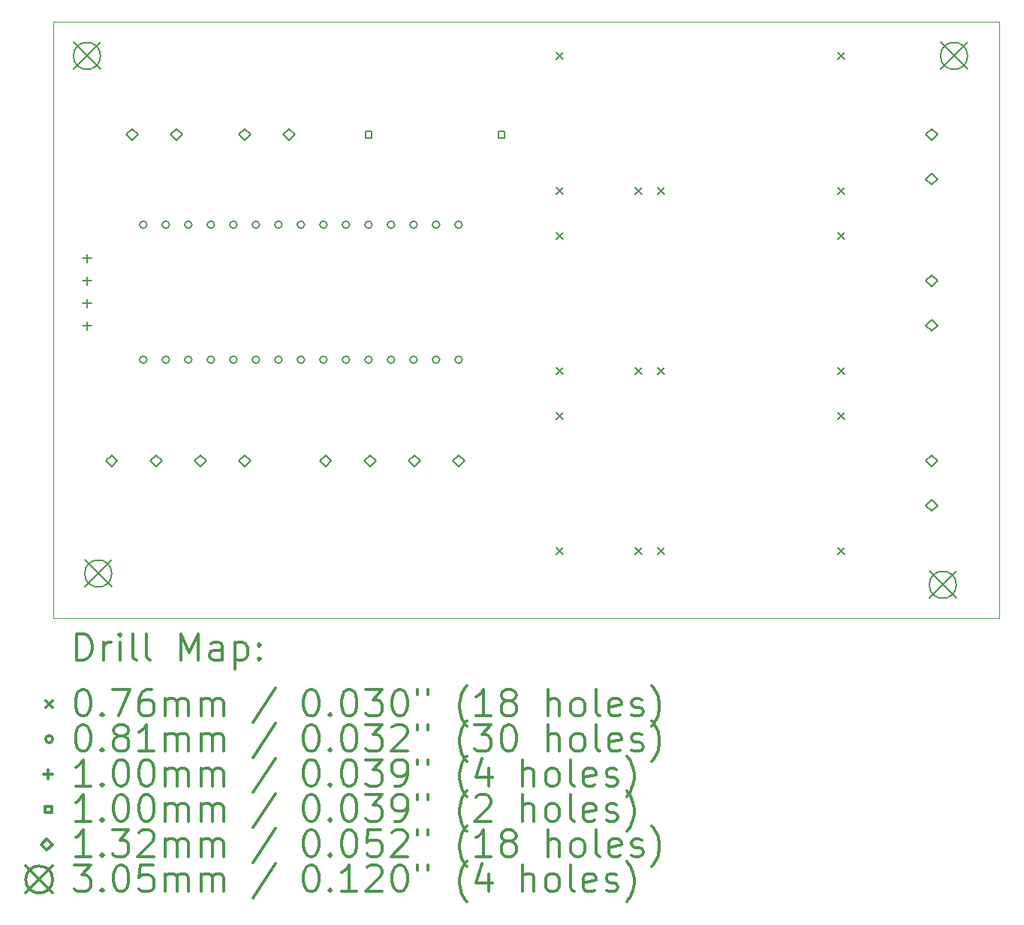
<source format=gbr>
%FSLAX45Y45*%
G04 Gerber Fmt 4.5, Leading zero omitted, Abs format (unit mm)*
G04 Created by KiCad (PCBNEW 4.0.7) date 01/04/18 12:39:34*
%MOMM*%
%LPD*%
G01*
G04 APERTURE LIST*
%ADD10C,0.127000*%
%ADD11C,0.100000*%
%ADD12C,0.200000*%
%ADD13C,0.300000*%
G04 APERTURE END LIST*
D10*
D11*
X1778000Y-5842000D02*
X1778000Y-5969000D01*
X12446000Y-5842000D02*
X1778000Y-5842000D01*
X12446000Y-12573000D02*
X12446000Y-5842000D01*
X1778000Y-12573000D02*
X12446000Y-12573000D01*
X1778000Y-5969000D02*
X1778000Y-12573000D01*
D12*
X7454900Y-6184900D02*
X7531100Y-6261100D01*
X7531100Y-6184900D02*
X7454900Y-6261100D01*
X7454900Y-7708900D02*
X7531100Y-7785100D01*
X7531100Y-7708900D02*
X7454900Y-7785100D01*
X7454900Y-8216900D02*
X7531100Y-8293100D01*
X7531100Y-8216900D02*
X7454900Y-8293100D01*
X7454900Y-9740900D02*
X7531100Y-9817100D01*
X7531100Y-9740900D02*
X7454900Y-9817100D01*
X7454900Y-10248900D02*
X7531100Y-10325100D01*
X7531100Y-10248900D02*
X7454900Y-10325100D01*
X7454900Y-11772900D02*
X7531100Y-11849100D01*
X7531100Y-11772900D02*
X7454900Y-11849100D01*
X8343900Y-7708900D02*
X8420100Y-7785100D01*
X8420100Y-7708900D02*
X8343900Y-7785100D01*
X8343900Y-9740900D02*
X8420100Y-9817100D01*
X8420100Y-9740900D02*
X8343900Y-9817100D01*
X8343900Y-11772900D02*
X8420100Y-11849100D01*
X8420100Y-11772900D02*
X8343900Y-11849100D01*
X8597900Y-7708900D02*
X8674100Y-7785100D01*
X8674100Y-7708900D02*
X8597900Y-7785100D01*
X8597900Y-9740900D02*
X8674100Y-9817100D01*
X8674100Y-9740900D02*
X8597900Y-9817100D01*
X8597900Y-11772900D02*
X8674100Y-11849100D01*
X8674100Y-11772900D02*
X8597900Y-11849100D01*
X10629900Y-6184900D02*
X10706100Y-6261100D01*
X10706100Y-6184900D02*
X10629900Y-6261100D01*
X10629900Y-7708900D02*
X10706100Y-7785100D01*
X10706100Y-7708900D02*
X10629900Y-7785100D01*
X10629900Y-8216900D02*
X10706100Y-8293100D01*
X10706100Y-8216900D02*
X10629900Y-8293100D01*
X10629900Y-9740900D02*
X10706100Y-9817100D01*
X10706100Y-9740900D02*
X10629900Y-9817100D01*
X10629900Y-10248900D02*
X10706100Y-10325100D01*
X10706100Y-10248900D02*
X10629900Y-10325100D01*
X10629900Y-11772900D02*
X10706100Y-11849100D01*
X10706100Y-11772900D02*
X10629900Y-11849100D01*
X2834640Y-8128000D02*
G75*
G03X2834640Y-8128000I-40640J0D01*
G01*
X2834640Y-9652000D02*
G75*
G03X2834640Y-9652000I-40640J0D01*
G01*
X3088640Y-8128000D02*
G75*
G03X3088640Y-8128000I-40640J0D01*
G01*
X3088640Y-9652000D02*
G75*
G03X3088640Y-9652000I-40640J0D01*
G01*
X3342640Y-8128000D02*
G75*
G03X3342640Y-8128000I-40640J0D01*
G01*
X3342640Y-9652000D02*
G75*
G03X3342640Y-9652000I-40640J0D01*
G01*
X3596640Y-8128000D02*
G75*
G03X3596640Y-8128000I-40640J0D01*
G01*
X3596640Y-9652000D02*
G75*
G03X3596640Y-9652000I-40640J0D01*
G01*
X3850640Y-8128000D02*
G75*
G03X3850640Y-8128000I-40640J0D01*
G01*
X3850640Y-9652000D02*
G75*
G03X3850640Y-9652000I-40640J0D01*
G01*
X4104640Y-8128000D02*
G75*
G03X4104640Y-8128000I-40640J0D01*
G01*
X4104640Y-9652000D02*
G75*
G03X4104640Y-9652000I-40640J0D01*
G01*
X4358640Y-8128000D02*
G75*
G03X4358640Y-8128000I-40640J0D01*
G01*
X4358640Y-9652000D02*
G75*
G03X4358640Y-9652000I-40640J0D01*
G01*
X4612640Y-8128000D02*
G75*
G03X4612640Y-8128000I-40640J0D01*
G01*
X4612640Y-9652000D02*
G75*
G03X4612640Y-9652000I-40640J0D01*
G01*
X4866640Y-8128000D02*
G75*
G03X4866640Y-8128000I-40640J0D01*
G01*
X4866640Y-9652000D02*
G75*
G03X4866640Y-9652000I-40640J0D01*
G01*
X5120640Y-8128000D02*
G75*
G03X5120640Y-8128000I-40640J0D01*
G01*
X5120640Y-9652000D02*
G75*
G03X5120640Y-9652000I-40640J0D01*
G01*
X5374640Y-8128000D02*
G75*
G03X5374640Y-8128000I-40640J0D01*
G01*
X5374640Y-9652000D02*
G75*
G03X5374640Y-9652000I-40640J0D01*
G01*
X5628640Y-8128000D02*
G75*
G03X5628640Y-8128000I-40640J0D01*
G01*
X5628640Y-9652000D02*
G75*
G03X5628640Y-9652000I-40640J0D01*
G01*
X5882640Y-8128000D02*
G75*
G03X5882640Y-8128000I-40640J0D01*
G01*
X5882640Y-9652000D02*
G75*
G03X5882640Y-9652000I-40640J0D01*
G01*
X6136640Y-8128000D02*
G75*
G03X6136640Y-8128000I-40640J0D01*
G01*
X6136640Y-9652000D02*
G75*
G03X6136640Y-9652000I-40640J0D01*
G01*
X6390640Y-8128000D02*
G75*
G03X6390640Y-8128000I-40640J0D01*
G01*
X6390640Y-9652000D02*
G75*
G03X6390640Y-9652000I-40640J0D01*
G01*
X2159000Y-8459000D02*
X2159000Y-8559000D01*
X2109000Y-8509000D02*
X2209000Y-8509000D01*
X2159000Y-8713000D02*
X2159000Y-8813000D01*
X2109000Y-8763000D02*
X2209000Y-8763000D01*
X2159000Y-8967000D02*
X2159000Y-9067000D01*
X2109000Y-9017000D02*
X2209000Y-9017000D01*
X2159000Y-9221000D02*
X2159000Y-9321000D01*
X2109000Y-9271000D02*
X2209000Y-9271000D01*
X5369383Y-7147382D02*
X5369383Y-7076617D01*
X5298618Y-7076617D01*
X5298618Y-7147382D01*
X5369383Y-7147382D01*
X6869382Y-7147382D02*
X6869382Y-7076617D01*
X6798617Y-7076617D01*
X6798617Y-7147382D01*
X6869382Y-7147382D01*
X2437000Y-10861040D02*
X2503040Y-10795000D01*
X2437000Y-10728960D01*
X2370960Y-10795000D01*
X2437000Y-10861040D01*
X2667000Y-7178040D02*
X2733040Y-7112000D01*
X2667000Y-7045960D01*
X2600960Y-7112000D01*
X2667000Y-7178040D01*
X2937000Y-10861040D02*
X3003040Y-10795000D01*
X2937000Y-10728960D01*
X2870960Y-10795000D01*
X2937000Y-10861040D01*
X3167000Y-7178040D02*
X3233040Y-7112000D01*
X3167000Y-7045960D01*
X3100960Y-7112000D01*
X3167000Y-7178040D01*
X3437000Y-10861040D02*
X3503040Y-10795000D01*
X3437000Y-10728960D01*
X3370960Y-10795000D01*
X3437000Y-10861040D01*
X3937000Y-7178040D02*
X4003040Y-7112000D01*
X3937000Y-7045960D01*
X3870960Y-7112000D01*
X3937000Y-7178040D01*
X3937000Y-10861040D02*
X4003040Y-10795000D01*
X3937000Y-10728960D01*
X3870960Y-10795000D01*
X3937000Y-10861040D01*
X4437000Y-7178040D02*
X4503040Y-7112000D01*
X4437000Y-7045960D01*
X4370960Y-7112000D01*
X4437000Y-7178040D01*
X4850000Y-10861040D02*
X4916040Y-10795000D01*
X4850000Y-10728960D01*
X4783960Y-10795000D01*
X4850000Y-10861040D01*
X5350000Y-10861040D02*
X5416040Y-10795000D01*
X5350000Y-10728960D01*
X5283960Y-10795000D01*
X5350000Y-10861040D01*
X5850000Y-10861040D02*
X5916040Y-10795000D01*
X5850000Y-10728960D01*
X5783960Y-10795000D01*
X5850000Y-10861040D01*
X6350000Y-10861040D02*
X6416040Y-10795000D01*
X6350000Y-10728960D01*
X6283960Y-10795000D01*
X6350000Y-10861040D01*
X11684000Y-7178040D02*
X11750040Y-7112000D01*
X11684000Y-7045960D01*
X11617960Y-7112000D01*
X11684000Y-7178040D01*
X11684000Y-7678040D02*
X11750040Y-7612000D01*
X11684000Y-7545960D01*
X11617960Y-7612000D01*
X11684000Y-7678040D01*
X11684000Y-8829040D02*
X11750040Y-8763000D01*
X11684000Y-8696960D01*
X11617960Y-8763000D01*
X11684000Y-8829040D01*
X11684000Y-9329040D02*
X11750040Y-9263000D01*
X11684000Y-9196960D01*
X11617960Y-9263000D01*
X11684000Y-9329040D01*
X11684000Y-10861040D02*
X11750040Y-10795000D01*
X11684000Y-10728960D01*
X11617960Y-10795000D01*
X11684000Y-10861040D01*
X11684000Y-11361040D02*
X11750040Y-11295000D01*
X11684000Y-11228960D01*
X11617960Y-11295000D01*
X11684000Y-11361040D01*
X2006600Y-6070600D02*
X2311400Y-6375400D01*
X2311400Y-6070600D02*
X2006600Y-6375400D01*
X2311400Y-6223000D02*
G75*
G03X2311400Y-6223000I-152400J0D01*
G01*
X2133600Y-11912600D02*
X2438400Y-12217400D01*
X2438400Y-11912600D02*
X2133600Y-12217400D01*
X2438400Y-12065000D02*
G75*
G03X2438400Y-12065000I-152400J0D01*
G01*
X11658600Y-12039600D02*
X11963400Y-12344400D01*
X11963400Y-12039600D02*
X11658600Y-12344400D01*
X11963400Y-12192000D02*
G75*
G03X11963400Y-12192000I-152400J0D01*
G01*
X11785600Y-6070600D02*
X12090400Y-6375400D01*
X12090400Y-6070600D02*
X11785600Y-6375400D01*
X12090400Y-6223000D02*
G75*
G03X12090400Y-6223000I-152400J0D01*
G01*
D13*
X2044428Y-13043714D02*
X2044428Y-12743714D01*
X2115857Y-12743714D01*
X2158714Y-12758000D01*
X2187286Y-12786571D01*
X2201571Y-12815143D01*
X2215857Y-12872286D01*
X2215857Y-12915143D01*
X2201571Y-12972286D01*
X2187286Y-13000857D01*
X2158714Y-13029429D01*
X2115857Y-13043714D01*
X2044428Y-13043714D01*
X2344429Y-13043714D02*
X2344429Y-12843714D01*
X2344429Y-12900857D02*
X2358714Y-12872286D01*
X2373000Y-12858000D01*
X2401571Y-12843714D01*
X2430143Y-12843714D01*
X2530143Y-13043714D02*
X2530143Y-12843714D01*
X2530143Y-12743714D02*
X2515857Y-12758000D01*
X2530143Y-12772286D01*
X2544429Y-12758000D01*
X2530143Y-12743714D01*
X2530143Y-12772286D01*
X2715857Y-13043714D02*
X2687286Y-13029429D01*
X2673000Y-13000857D01*
X2673000Y-12743714D01*
X2873000Y-13043714D02*
X2844428Y-13029429D01*
X2830143Y-13000857D01*
X2830143Y-12743714D01*
X3215857Y-13043714D02*
X3215857Y-12743714D01*
X3315857Y-12958000D01*
X3415857Y-12743714D01*
X3415857Y-13043714D01*
X3687286Y-13043714D02*
X3687286Y-12886571D01*
X3673000Y-12858000D01*
X3644428Y-12843714D01*
X3587286Y-12843714D01*
X3558714Y-12858000D01*
X3687286Y-13029429D02*
X3658714Y-13043714D01*
X3587286Y-13043714D01*
X3558714Y-13029429D01*
X3544428Y-13000857D01*
X3544428Y-12972286D01*
X3558714Y-12943714D01*
X3587286Y-12929429D01*
X3658714Y-12929429D01*
X3687286Y-12915143D01*
X3830143Y-12843714D02*
X3830143Y-13143714D01*
X3830143Y-12858000D02*
X3858714Y-12843714D01*
X3915857Y-12843714D01*
X3944428Y-12858000D01*
X3958714Y-12872286D01*
X3973000Y-12900857D01*
X3973000Y-12986571D01*
X3958714Y-13015143D01*
X3944428Y-13029429D01*
X3915857Y-13043714D01*
X3858714Y-13043714D01*
X3830143Y-13029429D01*
X4101571Y-13015143D02*
X4115857Y-13029429D01*
X4101571Y-13043714D01*
X4087286Y-13029429D01*
X4101571Y-13015143D01*
X4101571Y-13043714D01*
X4101571Y-12858000D02*
X4115857Y-12872286D01*
X4101571Y-12886571D01*
X4087286Y-12872286D01*
X4101571Y-12858000D01*
X4101571Y-12886571D01*
X1696800Y-13499900D02*
X1773000Y-13576100D01*
X1773000Y-13499900D02*
X1696800Y-13576100D01*
X2101571Y-13373714D02*
X2130143Y-13373714D01*
X2158714Y-13388000D01*
X2173000Y-13402286D01*
X2187286Y-13430857D01*
X2201571Y-13488000D01*
X2201571Y-13559429D01*
X2187286Y-13616571D01*
X2173000Y-13645143D01*
X2158714Y-13659429D01*
X2130143Y-13673714D01*
X2101571Y-13673714D01*
X2073000Y-13659429D01*
X2058714Y-13645143D01*
X2044428Y-13616571D01*
X2030143Y-13559429D01*
X2030143Y-13488000D01*
X2044428Y-13430857D01*
X2058714Y-13402286D01*
X2073000Y-13388000D01*
X2101571Y-13373714D01*
X2330143Y-13645143D02*
X2344429Y-13659429D01*
X2330143Y-13673714D01*
X2315857Y-13659429D01*
X2330143Y-13645143D01*
X2330143Y-13673714D01*
X2444428Y-13373714D02*
X2644428Y-13373714D01*
X2515857Y-13673714D01*
X2887286Y-13373714D02*
X2830143Y-13373714D01*
X2801571Y-13388000D01*
X2787286Y-13402286D01*
X2758714Y-13445143D01*
X2744429Y-13502286D01*
X2744429Y-13616571D01*
X2758714Y-13645143D01*
X2773000Y-13659429D01*
X2801571Y-13673714D01*
X2858714Y-13673714D01*
X2887286Y-13659429D01*
X2901571Y-13645143D01*
X2915857Y-13616571D01*
X2915857Y-13545143D01*
X2901571Y-13516571D01*
X2887286Y-13502286D01*
X2858714Y-13488000D01*
X2801571Y-13488000D01*
X2773000Y-13502286D01*
X2758714Y-13516571D01*
X2744429Y-13545143D01*
X3044428Y-13673714D02*
X3044428Y-13473714D01*
X3044428Y-13502286D02*
X3058714Y-13488000D01*
X3087286Y-13473714D01*
X3130143Y-13473714D01*
X3158714Y-13488000D01*
X3173000Y-13516571D01*
X3173000Y-13673714D01*
X3173000Y-13516571D02*
X3187286Y-13488000D01*
X3215857Y-13473714D01*
X3258714Y-13473714D01*
X3287286Y-13488000D01*
X3301571Y-13516571D01*
X3301571Y-13673714D01*
X3444428Y-13673714D02*
X3444428Y-13473714D01*
X3444428Y-13502286D02*
X3458714Y-13488000D01*
X3487286Y-13473714D01*
X3530143Y-13473714D01*
X3558714Y-13488000D01*
X3573000Y-13516571D01*
X3573000Y-13673714D01*
X3573000Y-13516571D02*
X3587286Y-13488000D01*
X3615857Y-13473714D01*
X3658714Y-13473714D01*
X3687286Y-13488000D01*
X3701571Y-13516571D01*
X3701571Y-13673714D01*
X4287286Y-13359429D02*
X4030143Y-13745143D01*
X4673000Y-13373714D02*
X4701571Y-13373714D01*
X4730143Y-13388000D01*
X4744428Y-13402286D01*
X4758714Y-13430857D01*
X4773000Y-13488000D01*
X4773000Y-13559429D01*
X4758714Y-13616571D01*
X4744428Y-13645143D01*
X4730143Y-13659429D01*
X4701571Y-13673714D01*
X4673000Y-13673714D01*
X4644428Y-13659429D01*
X4630143Y-13645143D01*
X4615857Y-13616571D01*
X4601571Y-13559429D01*
X4601571Y-13488000D01*
X4615857Y-13430857D01*
X4630143Y-13402286D01*
X4644428Y-13388000D01*
X4673000Y-13373714D01*
X4901571Y-13645143D02*
X4915857Y-13659429D01*
X4901571Y-13673714D01*
X4887286Y-13659429D01*
X4901571Y-13645143D01*
X4901571Y-13673714D01*
X5101571Y-13373714D02*
X5130143Y-13373714D01*
X5158714Y-13388000D01*
X5173000Y-13402286D01*
X5187286Y-13430857D01*
X5201571Y-13488000D01*
X5201571Y-13559429D01*
X5187286Y-13616571D01*
X5173000Y-13645143D01*
X5158714Y-13659429D01*
X5130143Y-13673714D01*
X5101571Y-13673714D01*
X5073000Y-13659429D01*
X5058714Y-13645143D01*
X5044428Y-13616571D01*
X5030143Y-13559429D01*
X5030143Y-13488000D01*
X5044428Y-13430857D01*
X5058714Y-13402286D01*
X5073000Y-13388000D01*
X5101571Y-13373714D01*
X5301571Y-13373714D02*
X5487286Y-13373714D01*
X5387286Y-13488000D01*
X5430143Y-13488000D01*
X5458714Y-13502286D01*
X5473000Y-13516571D01*
X5487286Y-13545143D01*
X5487286Y-13616571D01*
X5473000Y-13645143D01*
X5458714Y-13659429D01*
X5430143Y-13673714D01*
X5344428Y-13673714D01*
X5315857Y-13659429D01*
X5301571Y-13645143D01*
X5673000Y-13373714D02*
X5701571Y-13373714D01*
X5730143Y-13388000D01*
X5744428Y-13402286D01*
X5758714Y-13430857D01*
X5773000Y-13488000D01*
X5773000Y-13559429D01*
X5758714Y-13616571D01*
X5744428Y-13645143D01*
X5730143Y-13659429D01*
X5701571Y-13673714D01*
X5673000Y-13673714D01*
X5644428Y-13659429D01*
X5630143Y-13645143D01*
X5615857Y-13616571D01*
X5601571Y-13559429D01*
X5601571Y-13488000D01*
X5615857Y-13430857D01*
X5630143Y-13402286D01*
X5644428Y-13388000D01*
X5673000Y-13373714D01*
X5887286Y-13373714D02*
X5887286Y-13430857D01*
X6001571Y-13373714D02*
X6001571Y-13430857D01*
X6444428Y-13788000D02*
X6430143Y-13773714D01*
X6401571Y-13730857D01*
X6387285Y-13702286D01*
X6373000Y-13659429D01*
X6358714Y-13588000D01*
X6358714Y-13530857D01*
X6373000Y-13459429D01*
X6387285Y-13416571D01*
X6401571Y-13388000D01*
X6430143Y-13345143D01*
X6444428Y-13330857D01*
X6715857Y-13673714D02*
X6544428Y-13673714D01*
X6630143Y-13673714D02*
X6630143Y-13373714D01*
X6601571Y-13416571D01*
X6573000Y-13445143D01*
X6544428Y-13459429D01*
X6887285Y-13502286D02*
X6858714Y-13488000D01*
X6844428Y-13473714D01*
X6830143Y-13445143D01*
X6830143Y-13430857D01*
X6844428Y-13402286D01*
X6858714Y-13388000D01*
X6887285Y-13373714D01*
X6944428Y-13373714D01*
X6973000Y-13388000D01*
X6987285Y-13402286D01*
X7001571Y-13430857D01*
X7001571Y-13445143D01*
X6987285Y-13473714D01*
X6973000Y-13488000D01*
X6944428Y-13502286D01*
X6887285Y-13502286D01*
X6858714Y-13516571D01*
X6844428Y-13530857D01*
X6830143Y-13559429D01*
X6830143Y-13616571D01*
X6844428Y-13645143D01*
X6858714Y-13659429D01*
X6887285Y-13673714D01*
X6944428Y-13673714D01*
X6973000Y-13659429D01*
X6987285Y-13645143D01*
X7001571Y-13616571D01*
X7001571Y-13559429D01*
X6987285Y-13530857D01*
X6973000Y-13516571D01*
X6944428Y-13502286D01*
X7358714Y-13673714D02*
X7358714Y-13373714D01*
X7487285Y-13673714D02*
X7487285Y-13516571D01*
X7473000Y-13488000D01*
X7444428Y-13473714D01*
X7401571Y-13473714D01*
X7373000Y-13488000D01*
X7358714Y-13502286D01*
X7673000Y-13673714D02*
X7644428Y-13659429D01*
X7630143Y-13645143D01*
X7615857Y-13616571D01*
X7615857Y-13530857D01*
X7630143Y-13502286D01*
X7644428Y-13488000D01*
X7673000Y-13473714D01*
X7715857Y-13473714D01*
X7744428Y-13488000D01*
X7758714Y-13502286D01*
X7773000Y-13530857D01*
X7773000Y-13616571D01*
X7758714Y-13645143D01*
X7744428Y-13659429D01*
X7715857Y-13673714D01*
X7673000Y-13673714D01*
X7944428Y-13673714D02*
X7915857Y-13659429D01*
X7901571Y-13630857D01*
X7901571Y-13373714D01*
X8173000Y-13659429D02*
X8144428Y-13673714D01*
X8087286Y-13673714D01*
X8058714Y-13659429D01*
X8044428Y-13630857D01*
X8044428Y-13516571D01*
X8058714Y-13488000D01*
X8087286Y-13473714D01*
X8144428Y-13473714D01*
X8173000Y-13488000D01*
X8187286Y-13516571D01*
X8187286Y-13545143D01*
X8044428Y-13573714D01*
X8301571Y-13659429D02*
X8330143Y-13673714D01*
X8387286Y-13673714D01*
X8415857Y-13659429D01*
X8430143Y-13630857D01*
X8430143Y-13616571D01*
X8415857Y-13588000D01*
X8387286Y-13573714D01*
X8344428Y-13573714D01*
X8315857Y-13559429D01*
X8301571Y-13530857D01*
X8301571Y-13516571D01*
X8315857Y-13488000D01*
X8344428Y-13473714D01*
X8387286Y-13473714D01*
X8415857Y-13488000D01*
X8530143Y-13788000D02*
X8544429Y-13773714D01*
X8573000Y-13730857D01*
X8587286Y-13702286D01*
X8601571Y-13659429D01*
X8615857Y-13588000D01*
X8615857Y-13530857D01*
X8601571Y-13459429D01*
X8587286Y-13416571D01*
X8573000Y-13388000D01*
X8544429Y-13345143D01*
X8530143Y-13330857D01*
X1773000Y-13934000D02*
G75*
G03X1773000Y-13934000I-40640J0D01*
G01*
X2101571Y-13769714D02*
X2130143Y-13769714D01*
X2158714Y-13784000D01*
X2173000Y-13798286D01*
X2187286Y-13826857D01*
X2201571Y-13884000D01*
X2201571Y-13955429D01*
X2187286Y-14012571D01*
X2173000Y-14041143D01*
X2158714Y-14055429D01*
X2130143Y-14069714D01*
X2101571Y-14069714D01*
X2073000Y-14055429D01*
X2058714Y-14041143D01*
X2044428Y-14012571D01*
X2030143Y-13955429D01*
X2030143Y-13884000D01*
X2044428Y-13826857D01*
X2058714Y-13798286D01*
X2073000Y-13784000D01*
X2101571Y-13769714D01*
X2330143Y-14041143D02*
X2344429Y-14055429D01*
X2330143Y-14069714D01*
X2315857Y-14055429D01*
X2330143Y-14041143D01*
X2330143Y-14069714D01*
X2515857Y-13898286D02*
X2487286Y-13884000D01*
X2473000Y-13869714D01*
X2458714Y-13841143D01*
X2458714Y-13826857D01*
X2473000Y-13798286D01*
X2487286Y-13784000D01*
X2515857Y-13769714D01*
X2573000Y-13769714D01*
X2601571Y-13784000D01*
X2615857Y-13798286D01*
X2630143Y-13826857D01*
X2630143Y-13841143D01*
X2615857Y-13869714D01*
X2601571Y-13884000D01*
X2573000Y-13898286D01*
X2515857Y-13898286D01*
X2487286Y-13912571D01*
X2473000Y-13926857D01*
X2458714Y-13955429D01*
X2458714Y-14012571D01*
X2473000Y-14041143D01*
X2487286Y-14055429D01*
X2515857Y-14069714D01*
X2573000Y-14069714D01*
X2601571Y-14055429D01*
X2615857Y-14041143D01*
X2630143Y-14012571D01*
X2630143Y-13955429D01*
X2615857Y-13926857D01*
X2601571Y-13912571D01*
X2573000Y-13898286D01*
X2915857Y-14069714D02*
X2744429Y-14069714D01*
X2830143Y-14069714D02*
X2830143Y-13769714D01*
X2801571Y-13812571D01*
X2773000Y-13841143D01*
X2744429Y-13855429D01*
X3044428Y-14069714D02*
X3044428Y-13869714D01*
X3044428Y-13898286D02*
X3058714Y-13884000D01*
X3087286Y-13869714D01*
X3130143Y-13869714D01*
X3158714Y-13884000D01*
X3173000Y-13912571D01*
X3173000Y-14069714D01*
X3173000Y-13912571D02*
X3187286Y-13884000D01*
X3215857Y-13869714D01*
X3258714Y-13869714D01*
X3287286Y-13884000D01*
X3301571Y-13912571D01*
X3301571Y-14069714D01*
X3444428Y-14069714D02*
X3444428Y-13869714D01*
X3444428Y-13898286D02*
X3458714Y-13884000D01*
X3487286Y-13869714D01*
X3530143Y-13869714D01*
X3558714Y-13884000D01*
X3573000Y-13912571D01*
X3573000Y-14069714D01*
X3573000Y-13912571D02*
X3587286Y-13884000D01*
X3615857Y-13869714D01*
X3658714Y-13869714D01*
X3687286Y-13884000D01*
X3701571Y-13912571D01*
X3701571Y-14069714D01*
X4287286Y-13755429D02*
X4030143Y-14141143D01*
X4673000Y-13769714D02*
X4701571Y-13769714D01*
X4730143Y-13784000D01*
X4744428Y-13798286D01*
X4758714Y-13826857D01*
X4773000Y-13884000D01*
X4773000Y-13955429D01*
X4758714Y-14012571D01*
X4744428Y-14041143D01*
X4730143Y-14055429D01*
X4701571Y-14069714D01*
X4673000Y-14069714D01*
X4644428Y-14055429D01*
X4630143Y-14041143D01*
X4615857Y-14012571D01*
X4601571Y-13955429D01*
X4601571Y-13884000D01*
X4615857Y-13826857D01*
X4630143Y-13798286D01*
X4644428Y-13784000D01*
X4673000Y-13769714D01*
X4901571Y-14041143D02*
X4915857Y-14055429D01*
X4901571Y-14069714D01*
X4887286Y-14055429D01*
X4901571Y-14041143D01*
X4901571Y-14069714D01*
X5101571Y-13769714D02*
X5130143Y-13769714D01*
X5158714Y-13784000D01*
X5173000Y-13798286D01*
X5187286Y-13826857D01*
X5201571Y-13884000D01*
X5201571Y-13955429D01*
X5187286Y-14012571D01*
X5173000Y-14041143D01*
X5158714Y-14055429D01*
X5130143Y-14069714D01*
X5101571Y-14069714D01*
X5073000Y-14055429D01*
X5058714Y-14041143D01*
X5044428Y-14012571D01*
X5030143Y-13955429D01*
X5030143Y-13884000D01*
X5044428Y-13826857D01*
X5058714Y-13798286D01*
X5073000Y-13784000D01*
X5101571Y-13769714D01*
X5301571Y-13769714D02*
X5487286Y-13769714D01*
X5387286Y-13884000D01*
X5430143Y-13884000D01*
X5458714Y-13898286D01*
X5473000Y-13912571D01*
X5487286Y-13941143D01*
X5487286Y-14012571D01*
X5473000Y-14041143D01*
X5458714Y-14055429D01*
X5430143Y-14069714D01*
X5344428Y-14069714D01*
X5315857Y-14055429D01*
X5301571Y-14041143D01*
X5601571Y-13798286D02*
X5615857Y-13784000D01*
X5644428Y-13769714D01*
X5715857Y-13769714D01*
X5744428Y-13784000D01*
X5758714Y-13798286D01*
X5773000Y-13826857D01*
X5773000Y-13855429D01*
X5758714Y-13898286D01*
X5587286Y-14069714D01*
X5773000Y-14069714D01*
X5887286Y-13769714D02*
X5887286Y-13826857D01*
X6001571Y-13769714D02*
X6001571Y-13826857D01*
X6444428Y-14184000D02*
X6430143Y-14169714D01*
X6401571Y-14126857D01*
X6387285Y-14098286D01*
X6373000Y-14055429D01*
X6358714Y-13984000D01*
X6358714Y-13926857D01*
X6373000Y-13855429D01*
X6387285Y-13812571D01*
X6401571Y-13784000D01*
X6430143Y-13741143D01*
X6444428Y-13726857D01*
X6530143Y-13769714D02*
X6715857Y-13769714D01*
X6615857Y-13884000D01*
X6658714Y-13884000D01*
X6687285Y-13898286D01*
X6701571Y-13912571D01*
X6715857Y-13941143D01*
X6715857Y-14012571D01*
X6701571Y-14041143D01*
X6687285Y-14055429D01*
X6658714Y-14069714D01*
X6573000Y-14069714D01*
X6544428Y-14055429D01*
X6530143Y-14041143D01*
X6901571Y-13769714D02*
X6930143Y-13769714D01*
X6958714Y-13784000D01*
X6973000Y-13798286D01*
X6987285Y-13826857D01*
X7001571Y-13884000D01*
X7001571Y-13955429D01*
X6987285Y-14012571D01*
X6973000Y-14041143D01*
X6958714Y-14055429D01*
X6930143Y-14069714D01*
X6901571Y-14069714D01*
X6873000Y-14055429D01*
X6858714Y-14041143D01*
X6844428Y-14012571D01*
X6830143Y-13955429D01*
X6830143Y-13884000D01*
X6844428Y-13826857D01*
X6858714Y-13798286D01*
X6873000Y-13784000D01*
X6901571Y-13769714D01*
X7358714Y-14069714D02*
X7358714Y-13769714D01*
X7487285Y-14069714D02*
X7487285Y-13912571D01*
X7473000Y-13884000D01*
X7444428Y-13869714D01*
X7401571Y-13869714D01*
X7373000Y-13884000D01*
X7358714Y-13898286D01*
X7673000Y-14069714D02*
X7644428Y-14055429D01*
X7630143Y-14041143D01*
X7615857Y-14012571D01*
X7615857Y-13926857D01*
X7630143Y-13898286D01*
X7644428Y-13884000D01*
X7673000Y-13869714D01*
X7715857Y-13869714D01*
X7744428Y-13884000D01*
X7758714Y-13898286D01*
X7773000Y-13926857D01*
X7773000Y-14012571D01*
X7758714Y-14041143D01*
X7744428Y-14055429D01*
X7715857Y-14069714D01*
X7673000Y-14069714D01*
X7944428Y-14069714D02*
X7915857Y-14055429D01*
X7901571Y-14026857D01*
X7901571Y-13769714D01*
X8173000Y-14055429D02*
X8144428Y-14069714D01*
X8087286Y-14069714D01*
X8058714Y-14055429D01*
X8044428Y-14026857D01*
X8044428Y-13912571D01*
X8058714Y-13884000D01*
X8087286Y-13869714D01*
X8144428Y-13869714D01*
X8173000Y-13884000D01*
X8187286Y-13912571D01*
X8187286Y-13941143D01*
X8044428Y-13969714D01*
X8301571Y-14055429D02*
X8330143Y-14069714D01*
X8387286Y-14069714D01*
X8415857Y-14055429D01*
X8430143Y-14026857D01*
X8430143Y-14012571D01*
X8415857Y-13984000D01*
X8387286Y-13969714D01*
X8344428Y-13969714D01*
X8315857Y-13955429D01*
X8301571Y-13926857D01*
X8301571Y-13912571D01*
X8315857Y-13884000D01*
X8344428Y-13869714D01*
X8387286Y-13869714D01*
X8415857Y-13884000D01*
X8530143Y-14184000D02*
X8544429Y-14169714D01*
X8573000Y-14126857D01*
X8587286Y-14098286D01*
X8601571Y-14055429D01*
X8615857Y-13984000D01*
X8615857Y-13926857D01*
X8601571Y-13855429D01*
X8587286Y-13812571D01*
X8573000Y-13784000D01*
X8544429Y-13741143D01*
X8530143Y-13726857D01*
X1723000Y-14280000D02*
X1723000Y-14380000D01*
X1673000Y-14330000D02*
X1773000Y-14330000D01*
X2201571Y-14465714D02*
X2030143Y-14465714D01*
X2115857Y-14465714D02*
X2115857Y-14165714D01*
X2087286Y-14208571D01*
X2058714Y-14237143D01*
X2030143Y-14251429D01*
X2330143Y-14437143D02*
X2344429Y-14451429D01*
X2330143Y-14465714D01*
X2315857Y-14451429D01*
X2330143Y-14437143D01*
X2330143Y-14465714D01*
X2530143Y-14165714D02*
X2558714Y-14165714D01*
X2587286Y-14180000D01*
X2601571Y-14194286D01*
X2615857Y-14222857D01*
X2630143Y-14280000D01*
X2630143Y-14351429D01*
X2615857Y-14408571D01*
X2601571Y-14437143D01*
X2587286Y-14451429D01*
X2558714Y-14465714D01*
X2530143Y-14465714D01*
X2501571Y-14451429D01*
X2487286Y-14437143D01*
X2473000Y-14408571D01*
X2458714Y-14351429D01*
X2458714Y-14280000D01*
X2473000Y-14222857D01*
X2487286Y-14194286D01*
X2501571Y-14180000D01*
X2530143Y-14165714D01*
X2815857Y-14165714D02*
X2844428Y-14165714D01*
X2873000Y-14180000D01*
X2887286Y-14194286D01*
X2901571Y-14222857D01*
X2915857Y-14280000D01*
X2915857Y-14351429D01*
X2901571Y-14408571D01*
X2887286Y-14437143D01*
X2873000Y-14451429D01*
X2844428Y-14465714D01*
X2815857Y-14465714D01*
X2787286Y-14451429D01*
X2773000Y-14437143D01*
X2758714Y-14408571D01*
X2744429Y-14351429D01*
X2744429Y-14280000D01*
X2758714Y-14222857D01*
X2773000Y-14194286D01*
X2787286Y-14180000D01*
X2815857Y-14165714D01*
X3044428Y-14465714D02*
X3044428Y-14265714D01*
X3044428Y-14294286D02*
X3058714Y-14280000D01*
X3087286Y-14265714D01*
X3130143Y-14265714D01*
X3158714Y-14280000D01*
X3173000Y-14308571D01*
X3173000Y-14465714D01*
X3173000Y-14308571D02*
X3187286Y-14280000D01*
X3215857Y-14265714D01*
X3258714Y-14265714D01*
X3287286Y-14280000D01*
X3301571Y-14308571D01*
X3301571Y-14465714D01*
X3444428Y-14465714D02*
X3444428Y-14265714D01*
X3444428Y-14294286D02*
X3458714Y-14280000D01*
X3487286Y-14265714D01*
X3530143Y-14265714D01*
X3558714Y-14280000D01*
X3573000Y-14308571D01*
X3573000Y-14465714D01*
X3573000Y-14308571D02*
X3587286Y-14280000D01*
X3615857Y-14265714D01*
X3658714Y-14265714D01*
X3687286Y-14280000D01*
X3701571Y-14308571D01*
X3701571Y-14465714D01*
X4287286Y-14151429D02*
X4030143Y-14537143D01*
X4673000Y-14165714D02*
X4701571Y-14165714D01*
X4730143Y-14180000D01*
X4744428Y-14194286D01*
X4758714Y-14222857D01*
X4773000Y-14280000D01*
X4773000Y-14351429D01*
X4758714Y-14408571D01*
X4744428Y-14437143D01*
X4730143Y-14451429D01*
X4701571Y-14465714D01*
X4673000Y-14465714D01*
X4644428Y-14451429D01*
X4630143Y-14437143D01*
X4615857Y-14408571D01*
X4601571Y-14351429D01*
X4601571Y-14280000D01*
X4615857Y-14222857D01*
X4630143Y-14194286D01*
X4644428Y-14180000D01*
X4673000Y-14165714D01*
X4901571Y-14437143D02*
X4915857Y-14451429D01*
X4901571Y-14465714D01*
X4887286Y-14451429D01*
X4901571Y-14437143D01*
X4901571Y-14465714D01*
X5101571Y-14165714D02*
X5130143Y-14165714D01*
X5158714Y-14180000D01*
X5173000Y-14194286D01*
X5187286Y-14222857D01*
X5201571Y-14280000D01*
X5201571Y-14351429D01*
X5187286Y-14408571D01*
X5173000Y-14437143D01*
X5158714Y-14451429D01*
X5130143Y-14465714D01*
X5101571Y-14465714D01*
X5073000Y-14451429D01*
X5058714Y-14437143D01*
X5044428Y-14408571D01*
X5030143Y-14351429D01*
X5030143Y-14280000D01*
X5044428Y-14222857D01*
X5058714Y-14194286D01*
X5073000Y-14180000D01*
X5101571Y-14165714D01*
X5301571Y-14165714D02*
X5487286Y-14165714D01*
X5387286Y-14280000D01*
X5430143Y-14280000D01*
X5458714Y-14294286D01*
X5473000Y-14308571D01*
X5487286Y-14337143D01*
X5487286Y-14408571D01*
X5473000Y-14437143D01*
X5458714Y-14451429D01*
X5430143Y-14465714D01*
X5344428Y-14465714D01*
X5315857Y-14451429D01*
X5301571Y-14437143D01*
X5630143Y-14465714D02*
X5687285Y-14465714D01*
X5715857Y-14451429D01*
X5730143Y-14437143D01*
X5758714Y-14394286D01*
X5773000Y-14337143D01*
X5773000Y-14222857D01*
X5758714Y-14194286D01*
X5744428Y-14180000D01*
X5715857Y-14165714D01*
X5658714Y-14165714D01*
X5630143Y-14180000D01*
X5615857Y-14194286D01*
X5601571Y-14222857D01*
X5601571Y-14294286D01*
X5615857Y-14322857D01*
X5630143Y-14337143D01*
X5658714Y-14351429D01*
X5715857Y-14351429D01*
X5744428Y-14337143D01*
X5758714Y-14322857D01*
X5773000Y-14294286D01*
X5887286Y-14165714D02*
X5887286Y-14222857D01*
X6001571Y-14165714D02*
X6001571Y-14222857D01*
X6444428Y-14580000D02*
X6430143Y-14565714D01*
X6401571Y-14522857D01*
X6387285Y-14494286D01*
X6373000Y-14451429D01*
X6358714Y-14380000D01*
X6358714Y-14322857D01*
X6373000Y-14251429D01*
X6387285Y-14208571D01*
X6401571Y-14180000D01*
X6430143Y-14137143D01*
X6444428Y-14122857D01*
X6687285Y-14265714D02*
X6687285Y-14465714D01*
X6615857Y-14151429D02*
X6544428Y-14365714D01*
X6730143Y-14365714D01*
X7073000Y-14465714D02*
X7073000Y-14165714D01*
X7201571Y-14465714D02*
X7201571Y-14308571D01*
X7187285Y-14280000D01*
X7158714Y-14265714D01*
X7115857Y-14265714D01*
X7087285Y-14280000D01*
X7073000Y-14294286D01*
X7387285Y-14465714D02*
X7358714Y-14451429D01*
X7344428Y-14437143D01*
X7330143Y-14408571D01*
X7330143Y-14322857D01*
X7344428Y-14294286D01*
X7358714Y-14280000D01*
X7387285Y-14265714D01*
X7430143Y-14265714D01*
X7458714Y-14280000D01*
X7473000Y-14294286D01*
X7487285Y-14322857D01*
X7487285Y-14408571D01*
X7473000Y-14437143D01*
X7458714Y-14451429D01*
X7430143Y-14465714D01*
X7387285Y-14465714D01*
X7658714Y-14465714D02*
X7630143Y-14451429D01*
X7615857Y-14422857D01*
X7615857Y-14165714D01*
X7887286Y-14451429D02*
X7858714Y-14465714D01*
X7801571Y-14465714D01*
X7773000Y-14451429D01*
X7758714Y-14422857D01*
X7758714Y-14308571D01*
X7773000Y-14280000D01*
X7801571Y-14265714D01*
X7858714Y-14265714D01*
X7887286Y-14280000D01*
X7901571Y-14308571D01*
X7901571Y-14337143D01*
X7758714Y-14365714D01*
X8015857Y-14451429D02*
X8044428Y-14465714D01*
X8101571Y-14465714D01*
X8130143Y-14451429D01*
X8144428Y-14422857D01*
X8144428Y-14408571D01*
X8130143Y-14380000D01*
X8101571Y-14365714D01*
X8058714Y-14365714D01*
X8030143Y-14351429D01*
X8015857Y-14322857D01*
X8015857Y-14308571D01*
X8030143Y-14280000D01*
X8058714Y-14265714D01*
X8101571Y-14265714D01*
X8130143Y-14280000D01*
X8244428Y-14580000D02*
X8258714Y-14565714D01*
X8287286Y-14522857D01*
X8301571Y-14494286D01*
X8315857Y-14451429D01*
X8330143Y-14380000D01*
X8330143Y-14322857D01*
X8315857Y-14251429D01*
X8301571Y-14208571D01*
X8287286Y-14180000D01*
X8258714Y-14137143D01*
X8244428Y-14122857D01*
X1758344Y-14761383D02*
X1758344Y-14690618D01*
X1687579Y-14690618D01*
X1687579Y-14761383D01*
X1758344Y-14761383D01*
X2201571Y-14861714D02*
X2030143Y-14861714D01*
X2115857Y-14861714D02*
X2115857Y-14561714D01*
X2087286Y-14604571D01*
X2058714Y-14633143D01*
X2030143Y-14647429D01*
X2330143Y-14833143D02*
X2344429Y-14847429D01*
X2330143Y-14861714D01*
X2315857Y-14847429D01*
X2330143Y-14833143D01*
X2330143Y-14861714D01*
X2530143Y-14561714D02*
X2558714Y-14561714D01*
X2587286Y-14576000D01*
X2601571Y-14590286D01*
X2615857Y-14618857D01*
X2630143Y-14676000D01*
X2630143Y-14747429D01*
X2615857Y-14804571D01*
X2601571Y-14833143D01*
X2587286Y-14847429D01*
X2558714Y-14861714D01*
X2530143Y-14861714D01*
X2501571Y-14847429D01*
X2487286Y-14833143D01*
X2473000Y-14804571D01*
X2458714Y-14747429D01*
X2458714Y-14676000D01*
X2473000Y-14618857D01*
X2487286Y-14590286D01*
X2501571Y-14576000D01*
X2530143Y-14561714D01*
X2815857Y-14561714D02*
X2844428Y-14561714D01*
X2873000Y-14576000D01*
X2887286Y-14590286D01*
X2901571Y-14618857D01*
X2915857Y-14676000D01*
X2915857Y-14747429D01*
X2901571Y-14804571D01*
X2887286Y-14833143D01*
X2873000Y-14847429D01*
X2844428Y-14861714D01*
X2815857Y-14861714D01*
X2787286Y-14847429D01*
X2773000Y-14833143D01*
X2758714Y-14804571D01*
X2744429Y-14747429D01*
X2744429Y-14676000D01*
X2758714Y-14618857D01*
X2773000Y-14590286D01*
X2787286Y-14576000D01*
X2815857Y-14561714D01*
X3044428Y-14861714D02*
X3044428Y-14661714D01*
X3044428Y-14690286D02*
X3058714Y-14676000D01*
X3087286Y-14661714D01*
X3130143Y-14661714D01*
X3158714Y-14676000D01*
X3173000Y-14704571D01*
X3173000Y-14861714D01*
X3173000Y-14704571D02*
X3187286Y-14676000D01*
X3215857Y-14661714D01*
X3258714Y-14661714D01*
X3287286Y-14676000D01*
X3301571Y-14704571D01*
X3301571Y-14861714D01*
X3444428Y-14861714D02*
X3444428Y-14661714D01*
X3444428Y-14690286D02*
X3458714Y-14676000D01*
X3487286Y-14661714D01*
X3530143Y-14661714D01*
X3558714Y-14676000D01*
X3573000Y-14704571D01*
X3573000Y-14861714D01*
X3573000Y-14704571D02*
X3587286Y-14676000D01*
X3615857Y-14661714D01*
X3658714Y-14661714D01*
X3687286Y-14676000D01*
X3701571Y-14704571D01*
X3701571Y-14861714D01*
X4287286Y-14547429D02*
X4030143Y-14933143D01*
X4673000Y-14561714D02*
X4701571Y-14561714D01*
X4730143Y-14576000D01*
X4744428Y-14590286D01*
X4758714Y-14618857D01*
X4773000Y-14676000D01*
X4773000Y-14747429D01*
X4758714Y-14804571D01*
X4744428Y-14833143D01*
X4730143Y-14847429D01*
X4701571Y-14861714D01*
X4673000Y-14861714D01*
X4644428Y-14847429D01*
X4630143Y-14833143D01*
X4615857Y-14804571D01*
X4601571Y-14747429D01*
X4601571Y-14676000D01*
X4615857Y-14618857D01*
X4630143Y-14590286D01*
X4644428Y-14576000D01*
X4673000Y-14561714D01*
X4901571Y-14833143D02*
X4915857Y-14847429D01*
X4901571Y-14861714D01*
X4887286Y-14847429D01*
X4901571Y-14833143D01*
X4901571Y-14861714D01*
X5101571Y-14561714D02*
X5130143Y-14561714D01*
X5158714Y-14576000D01*
X5173000Y-14590286D01*
X5187286Y-14618857D01*
X5201571Y-14676000D01*
X5201571Y-14747429D01*
X5187286Y-14804571D01*
X5173000Y-14833143D01*
X5158714Y-14847429D01*
X5130143Y-14861714D01*
X5101571Y-14861714D01*
X5073000Y-14847429D01*
X5058714Y-14833143D01*
X5044428Y-14804571D01*
X5030143Y-14747429D01*
X5030143Y-14676000D01*
X5044428Y-14618857D01*
X5058714Y-14590286D01*
X5073000Y-14576000D01*
X5101571Y-14561714D01*
X5301571Y-14561714D02*
X5487286Y-14561714D01*
X5387286Y-14676000D01*
X5430143Y-14676000D01*
X5458714Y-14690286D01*
X5473000Y-14704571D01*
X5487286Y-14733143D01*
X5487286Y-14804571D01*
X5473000Y-14833143D01*
X5458714Y-14847429D01*
X5430143Y-14861714D01*
X5344428Y-14861714D01*
X5315857Y-14847429D01*
X5301571Y-14833143D01*
X5630143Y-14861714D02*
X5687285Y-14861714D01*
X5715857Y-14847429D01*
X5730143Y-14833143D01*
X5758714Y-14790286D01*
X5773000Y-14733143D01*
X5773000Y-14618857D01*
X5758714Y-14590286D01*
X5744428Y-14576000D01*
X5715857Y-14561714D01*
X5658714Y-14561714D01*
X5630143Y-14576000D01*
X5615857Y-14590286D01*
X5601571Y-14618857D01*
X5601571Y-14690286D01*
X5615857Y-14718857D01*
X5630143Y-14733143D01*
X5658714Y-14747429D01*
X5715857Y-14747429D01*
X5744428Y-14733143D01*
X5758714Y-14718857D01*
X5773000Y-14690286D01*
X5887286Y-14561714D02*
X5887286Y-14618857D01*
X6001571Y-14561714D02*
X6001571Y-14618857D01*
X6444428Y-14976000D02*
X6430143Y-14961714D01*
X6401571Y-14918857D01*
X6387285Y-14890286D01*
X6373000Y-14847429D01*
X6358714Y-14776000D01*
X6358714Y-14718857D01*
X6373000Y-14647429D01*
X6387285Y-14604571D01*
X6401571Y-14576000D01*
X6430143Y-14533143D01*
X6444428Y-14518857D01*
X6544428Y-14590286D02*
X6558714Y-14576000D01*
X6587285Y-14561714D01*
X6658714Y-14561714D01*
X6687285Y-14576000D01*
X6701571Y-14590286D01*
X6715857Y-14618857D01*
X6715857Y-14647429D01*
X6701571Y-14690286D01*
X6530143Y-14861714D01*
X6715857Y-14861714D01*
X7073000Y-14861714D02*
X7073000Y-14561714D01*
X7201571Y-14861714D02*
X7201571Y-14704571D01*
X7187285Y-14676000D01*
X7158714Y-14661714D01*
X7115857Y-14661714D01*
X7087285Y-14676000D01*
X7073000Y-14690286D01*
X7387285Y-14861714D02*
X7358714Y-14847429D01*
X7344428Y-14833143D01*
X7330143Y-14804571D01*
X7330143Y-14718857D01*
X7344428Y-14690286D01*
X7358714Y-14676000D01*
X7387285Y-14661714D01*
X7430143Y-14661714D01*
X7458714Y-14676000D01*
X7473000Y-14690286D01*
X7487285Y-14718857D01*
X7487285Y-14804571D01*
X7473000Y-14833143D01*
X7458714Y-14847429D01*
X7430143Y-14861714D01*
X7387285Y-14861714D01*
X7658714Y-14861714D02*
X7630143Y-14847429D01*
X7615857Y-14818857D01*
X7615857Y-14561714D01*
X7887286Y-14847429D02*
X7858714Y-14861714D01*
X7801571Y-14861714D01*
X7773000Y-14847429D01*
X7758714Y-14818857D01*
X7758714Y-14704571D01*
X7773000Y-14676000D01*
X7801571Y-14661714D01*
X7858714Y-14661714D01*
X7887286Y-14676000D01*
X7901571Y-14704571D01*
X7901571Y-14733143D01*
X7758714Y-14761714D01*
X8015857Y-14847429D02*
X8044428Y-14861714D01*
X8101571Y-14861714D01*
X8130143Y-14847429D01*
X8144428Y-14818857D01*
X8144428Y-14804571D01*
X8130143Y-14776000D01*
X8101571Y-14761714D01*
X8058714Y-14761714D01*
X8030143Y-14747429D01*
X8015857Y-14718857D01*
X8015857Y-14704571D01*
X8030143Y-14676000D01*
X8058714Y-14661714D01*
X8101571Y-14661714D01*
X8130143Y-14676000D01*
X8244428Y-14976000D02*
X8258714Y-14961714D01*
X8287286Y-14918857D01*
X8301571Y-14890286D01*
X8315857Y-14847429D01*
X8330143Y-14776000D01*
X8330143Y-14718857D01*
X8315857Y-14647429D01*
X8301571Y-14604571D01*
X8287286Y-14576000D01*
X8258714Y-14533143D01*
X8244428Y-14518857D01*
X1706960Y-15188040D02*
X1773000Y-15122000D01*
X1706960Y-15055960D01*
X1640920Y-15122000D01*
X1706960Y-15188040D01*
X2201571Y-15257714D02*
X2030143Y-15257714D01*
X2115857Y-15257714D02*
X2115857Y-14957714D01*
X2087286Y-15000571D01*
X2058714Y-15029143D01*
X2030143Y-15043429D01*
X2330143Y-15229143D02*
X2344429Y-15243429D01*
X2330143Y-15257714D01*
X2315857Y-15243429D01*
X2330143Y-15229143D01*
X2330143Y-15257714D01*
X2444428Y-14957714D02*
X2630143Y-14957714D01*
X2530143Y-15072000D01*
X2573000Y-15072000D01*
X2601571Y-15086286D01*
X2615857Y-15100571D01*
X2630143Y-15129143D01*
X2630143Y-15200571D01*
X2615857Y-15229143D01*
X2601571Y-15243429D01*
X2573000Y-15257714D01*
X2487286Y-15257714D01*
X2458714Y-15243429D01*
X2444428Y-15229143D01*
X2744429Y-14986286D02*
X2758714Y-14972000D01*
X2787286Y-14957714D01*
X2858714Y-14957714D01*
X2887286Y-14972000D01*
X2901571Y-14986286D01*
X2915857Y-15014857D01*
X2915857Y-15043429D01*
X2901571Y-15086286D01*
X2730143Y-15257714D01*
X2915857Y-15257714D01*
X3044428Y-15257714D02*
X3044428Y-15057714D01*
X3044428Y-15086286D02*
X3058714Y-15072000D01*
X3087286Y-15057714D01*
X3130143Y-15057714D01*
X3158714Y-15072000D01*
X3173000Y-15100571D01*
X3173000Y-15257714D01*
X3173000Y-15100571D02*
X3187286Y-15072000D01*
X3215857Y-15057714D01*
X3258714Y-15057714D01*
X3287286Y-15072000D01*
X3301571Y-15100571D01*
X3301571Y-15257714D01*
X3444428Y-15257714D02*
X3444428Y-15057714D01*
X3444428Y-15086286D02*
X3458714Y-15072000D01*
X3487286Y-15057714D01*
X3530143Y-15057714D01*
X3558714Y-15072000D01*
X3573000Y-15100571D01*
X3573000Y-15257714D01*
X3573000Y-15100571D02*
X3587286Y-15072000D01*
X3615857Y-15057714D01*
X3658714Y-15057714D01*
X3687286Y-15072000D01*
X3701571Y-15100571D01*
X3701571Y-15257714D01*
X4287286Y-14943429D02*
X4030143Y-15329143D01*
X4673000Y-14957714D02*
X4701571Y-14957714D01*
X4730143Y-14972000D01*
X4744428Y-14986286D01*
X4758714Y-15014857D01*
X4773000Y-15072000D01*
X4773000Y-15143429D01*
X4758714Y-15200571D01*
X4744428Y-15229143D01*
X4730143Y-15243429D01*
X4701571Y-15257714D01*
X4673000Y-15257714D01*
X4644428Y-15243429D01*
X4630143Y-15229143D01*
X4615857Y-15200571D01*
X4601571Y-15143429D01*
X4601571Y-15072000D01*
X4615857Y-15014857D01*
X4630143Y-14986286D01*
X4644428Y-14972000D01*
X4673000Y-14957714D01*
X4901571Y-15229143D02*
X4915857Y-15243429D01*
X4901571Y-15257714D01*
X4887286Y-15243429D01*
X4901571Y-15229143D01*
X4901571Y-15257714D01*
X5101571Y-14957714D02*
X5130143Y-14957714D01*
X5158714Y-14972000D01*
X5173000Y-14986286D01*
X5187286Y-15014857D01*
X5201571Y-15072000D01*
X5201571Y-15143429D01*
X5187286Y-15200571D01*
X5173000Y-15229143D01*
X5158714Y-15243429D01*
X5130143Y-15257714D01*
X5101571Y-15257714D01*
X5073000Y-15243429D01*
X5058714Y-15229143D01*
X5044428Y-15200571D01*
X5030143Y-15143429D01*
X5030143Y-15072000D01*
X5044428Y-15014857D01*
X5058714Y-14986286D01*
X5073000Y-14972000D01*
X5101571Y-14957714D01*
X5473000Y-14957714D02*
X5330143Y-14957714D01*
X5315857Y-15100571D01*
X5330143Y-15086286D01*
X5358714Y-15072000D01*
X5430143Y-15072000D01*
X5458714Y-15086286D01*
X5473000Y-15100571D01*
X5487286Y-15129143D01*
X5487286Y-15200571D01*
X5473000Y-15229143D01*
X5458714Y-15243429D01*
X5430143Y-15257714D01*
X5358714Y-15257714D01*
X5330143Y-15243429D01*
X5315857Y-15229143D01*
X5601571Y-14986286D02*
X5615857Y-14972000D01*
X5644428Y-14957714D01*
X5715857Y-14957714D01*
X5744428Y-14972000D01*
X5758714Y-14986286D01*
X5773000Y-15014857D01*
X5773000Y-15043429D01*
X5758714Y-15086286D01*
X5587286Y-15257714D01*
X5773000Y-15257714D01*
X5887286Y-14957714D02*
X5887286Y-15014857D01*
X6001571Y-14957714D02*
X6001571Y-15014857D01*
X6444428Y-15372000D02*
X6430143Y-15357714D01*
X6401571Y-15314857D01*
X6387285Y-15286286D01*
X6373000Y-15243429D01*
X6358714Y-15172000D01*
X6358714Y-15114857D01*
X6373000Y-15043429D01*
X6387285Y-15000571D01*
X6401571Y-14972000D01*
X6430143Y-14929143D01*
X6444428Y-14914857D01*
X6715857Y-15257714D02*
X6544428Y-15257714D01*
X6630143Y-15257714D02*
X6630143Y-14957714D01*
X6601571Y-15000571D01*
X6573000Y-15029143D01*
X6544428Y-15043429D01*
X6887285Y-15086286D02*
X6858714Y-15072000D01*
X6844428Y-15057714D01*
X6830143Y-15029143D01*
X6830143Y-15014857D01*
X6844428Y-14986286D01*
X6858714Y-14972000D01*
X6887285Y-14957714D01*
X6944428Y-14957714D01*
X6973000Y-14972000D01*
X6987285Y-14986286D01*
X7001571Y-15014857D01*
X7001571Y-15029143D01*
X6987285Y-15057714D01*
X6973000Y-15072000D01*
X6944428Y-15086286D01*
X6887285Y-15086286D01*
X6858714Y-15100571D01*
X6844428Y-15114857D01*
X6830143Y-15143429D01*
X6830143Y-15200571D01*
X6844428Y-15229143D01*
X6858714Y-15243429D01*
X6887285Y-15257714D01*
X6944428Y-15257714D01*
X6973000Y-15243429D01*
X6987285Y-15229143D01*
X7001571Y-15200571D01*
X7001571Y-15143429D01*
X6987285Y-15114857D01*
X6973000Y-15100571D01*
X6944428Y-15086286D01*
X7358714Y-15257714D02*
X7358714Y-14957714D01*
X7487285Y-15257714D02*
X7487285Y-15100571D01*
X7473000Y-15072000D01*
X7444428Y-15057714D01*
X7401571Y-15057714D01*
X7373000Y-15072000D01*
X7358714Y-15086286D01*
X7673000Y-15257714D02*
X7644428Y-15243429D01*
X7630143Y-15229143D01*
X7615857Y-15200571D01*
X7615857Y-15114857D01*
X7630143Y-15086286D01*
X7644428Y-15072000D01*
X7673000Y-15057714D01*
X7715857Y-15057714D01*
X7744428Y-15072000D01*
X7758714Y-15086286D01*
X7773000Y-15114857D01*
X7773000Y-15200571D01*
X7758714Y-15229143D01*
X7744428Y-15243429D01*
X7715857Y-15257714D01*
X7673000Y-15257714D01*
X7944428Y-15257714D02*
X7915857Y-15243429D01*
X7901571Y-15214857D01*
X7901571Y-14957714D01*
X8173000Y-15243429D02*
X8144428Y-15257714D01*
X8087286Y-15257714D01*
X8058714Y-15243429D01*
X8044428Y-15214857D01*
X8044428Y-15100571D01*
X8058714Y-15072000D01*
X8087286Y-15057714D01*
X8144428Y-15057714D01*
X8173000Y-15072000D01*
X8187286Y-15100571D01*
X8187286Y-15129143D01*
X8044428Y-15157714D01*
X8301571Y-15243429D02*
X8330143Y-15257714D01*
X8387286Y-15257714D01*
X8415857Y-15243429D01*
X8430143Y-15214857D01*
X8430143Y-15200571D01*
X8415857Y-15172000D01*
X8387286Y-15157714D01*
X8344428Y-15157714D01*
X8315857Y-15143429D01*
X8301571Y-15114857D01*
X8301571Y-15100571D01*
X8315857Y-15072000D01*
X8344428Y-15057714D01*
X8387286Y-15057714D01*
X8415857Y-15072000D01*
X8530143Y-15372000D02*
X8544429Y-15357714D01*
X8573000Y-15314857D01*
X8587286Y-15286286D01*
X8601571Y-15243429D01*
X8615857Y-15172000D01*
X8615857Y-15114857D01*
X8601571Y-15043429D01*
X8587286Y-15000571D01*
X8573000Y-14972000D01*
X8544429Y-14929143D01*
X8530143Y-14914857D01*
X1468200Y-15365600D02*
X1773000Y-15670400D01*
X1773000Y-15365600D02*
X1468200Y-15670400D01*
X1773000Y-15518000D02*
G75*
G03X1773000Y-15518000I-152400J0D01*
G01*
X2015857Y-15353714D02*
X2201571Y-15353714D01*
X2101571Y-15468000D01*
X2144429Y-15468000D01*
X2173000Y-15482286D01*
X2187286Y-15496571D01*
X2201571Y-15525143D01*
X2201571Y-15596571D01*
X2187286Y-15625143D01*
X2173000Y-15639429D01*
X2144429Y-15653714D01*
X2058714Y-15653714D01*
X2030143Y-15639429D01*
X2015857Y-15625143D01*
X2330143Y-15625143D02*
X2344429Y-15639429D01*
X2330143Y-15653714D01*
X2315857Y-15639429D01*
X2330143Y-15625143D01*
X2330143Y-15653714D01*
X2530143Y-15353714D02*
X2558714Y-15353714D01*
X2587286Y-15368000D01*
X2601571Y-15382286D01*
X2615857Y-15410857D01*
X2630143Y-15468000D01*
X2630143Y-15539429D01*
X2615857Y-15596571D01*
X2601571Y-15625143D01*
X2587286Y-15639429D01*
X2558714Y-15653714D01*
X2530143Y-15653714D01*
X2501571Y-15639429D01*
X2487286Y-15625143D01*
X2473000Y-15596571D01*
X2458714Y-15539429D01*
X2458714Y-15468000D01*
X2473000Y-15410857D01*
X2487286Y-15382286D01*
X2501571Y-15368000D01*
X2530143Y-15353714D01*
X2901571Y-15353714D02*
X2758714Y-15353714D01*
X2744429Y-15496571D01*
X2758714Y-15482286D01*
X2787286Y-15468000D01*
X2858714Y-15468000D01*
X2887286Y-15482286D01*
X2901571Y-15496571D01*
X2915857Y-15525143D01*
X2915857Y-15596571D01*
X2901571Y-15625143D01*
X2887286Y-15639429D01*
X2858714Y-15653714D01*
X2787286Y-15653714D01*
X2758714Y-15639429D01*
X2744429Y-15625143D01*
X3044428Y-15653714D02*
X3044428Y-15453714D01*
X3044428Y-15482286D02*
X3058714Y-15468000D01*
X3087286Y-15453714D01*
X3130143Y-15453714D01*
X3158714Y-15468000D01*
X3173000Y-15496571D01*
X3173000Y-15653714D01*
X3173000Y-15496571D02*
X3187286Y-15468000D01*
X3215857Y-15453714D01*
X3258714Y-15453714D01*
X3287286Y-15468000D01*
X3301571Y-15496571D01*
X3301571Y-15653714D01*
X3444428Y-15653714D02*
X3444428Y-15453714D01*
X3444428Y-15482286D02*
X3458714Y-15468000D01*
X3487286Y-15453714D01*
X3530143Y-15453714D01*
X3558714Y-15468000D01*
X3573000Y-15496571D01*
X3573000Y-15653714D01*
X3573000Y-15496571D02*
X3587286Y-15468000D01*
X3615857Y-15453714D01*
X3658714Y-15453714D01*
X3687286Y-15468000D01*
X3701571Y-15496571D01*
X3701571Y-15653714D01*
X4287286Y-15339429D02*
X4030143Y-15725143D01*
X4673000Y-15353714D02*
X4701571Y-15353714D01*
X4730143Y-15368000D01*
X4744428Y-15382286D01*
X4758714Y-15410857D01*
X4773000Y-15468000D01*
X4773000Y-15539429D01*
X4758714Y-15596571D01*
X4744428Y-15625143D01*
X4730143Y-15639429D01*
X4701571Y-15653714D01*
X4673000Y-15653714D01*
X4644428Y-15639429D01*
X4630143Y-15625143D01*
X4615857Y-15596571D01*
X4601571Y-15539429D01*
X4601571Y-15468000D01*
X4615857Y-15410857D01*
X4630143Y-15382286D01*
X4644428Y-15368000D01*
X4673000Y-15353714D01*
X4901571Y-15625143D02*
X4915857Y-15639429D01*
X4901571Y-15653714D01*
X4887286Y-15639429D01*
X4901571Y-15625143D01*
X4901571Y-15653714D01*
X5201571Y-15653714D02*
X5030143Y-15653714D01*
X5115857Y-15653714D02*
X5115857Y-15353714D01*
X5087286Y-15396571D01*
X5058714Y-15425143D01*
X5030143Y-15439429D01*
X5315857Y-15382286D02*
X5330143Y-15368000D01*
X5358714Y-15353714D01*
X5430143Y-15353714D01*
X5458714Y-15368000D01*
X5473000Y-15382286D01*
X5487286Y-15410857D01*
X5487286Y-15439429D01*
X5473000Y-15482286D01*
X5301571Y-15653714D01*
X5487286Y-15653714D01*
X5673000Y-15353714D02*
X5701571Y-15353714D01*
X5730143Y-15368000D01*
X5744428Y-15382286D01*
X5758714Y-15410857D01*
X5773000Y-15468000D01*
X5773000Y-15539429D01*
X5758714Y-15596571D01*
X5744428Y-15625143D01*
X5730143Y-15639429D01*
X5701571Y-15653714D01*
X5673000Y-15653714D01*
X5644428Y-15639429D01*
X5630143Y-15625143D01*
X5615857Y-15596571D01*
X5601571Y-15539429D01*
X5601571Y-15468000D01*
X5615857Y-15410857D01*
X5630143Y-15382286D01*
X5644428Y-15368000D01*
X5673000Y-15353714D01*
X5887286Y-15353714D02*
X5887286Y-15410857D01*
X6001571Y-15353714D02*
X6001571Y-15410857D01*
X6444428Y-15768000D02*
X6430143Y-15753714D01*
X6401571Y-15710857D01*
X6387285Y-15682286D01*
X6373000Y-15639429D01*
X6358714Y-15568000D01*
X6358714Y-15510857D01*
X6373000Y-15439429D01*
X6387285Y-15396571D01*
X6401571Y-15368000D01*
X6430143Y-15325143D01*
X6444428Y-15310857D01*
X6687285Y-15453714D02*
X6687285Y-15653714D01*
X6615857Y-15339429D02*
X6544428Y-15553714D01*
X6730143Y-15553714D01*
X7073000Y-15653714D02*
X7073000Y-15353714D01*
X7201571Y-15653714D02*
X7201571Y-15496571D01*
X7187285Y-15468000D01*
X7158714Y-15453714D01*
X7115857Y-15453714D01*
X7087285Y-15468000D01*
X7073000Y-15482286D01*
X7387285Y-15653714D02*
X7358714Y-15639429D01*
X7344428Y-15625143D01*
X7330143Y-15596571D01*
X7330143Y-15510857D01*
X7344428Y-15482286D01*
X7358714Y-15468000D01*
X7387285Y-15453714D01*
X7430143Y-15453714D01*
X7458714Y-15468000D01*
X7473000Y-15482286D01*
X7487285Y-15510857D01*
X7487285Y-15596571D01*
X7473000Y-15625143D01*
X7458714Y-15639429D01*
X7430143Y-15653714D01*
X7387285Y-15653714D01*
X7658714Y-15653714D02*
X7630143Y-15639429D01*
X7615857Y-15610857D01*
X7615857Y-15353714D01*
X7887286Y-15639429D02*
X7858714Y-15653714D01*
X7801571Y-15653714D01*
X7773000Y-15639429D01*
X7758714Y-15610857D01*
X7758714Y-15496571D01*
X7773000Y-15468000D01*
X7801571Y-15453714D01*
X7858714Y-15453714D01*
X7887286Y-15468000D01*
X7901571Y-15496571D01*
X7901571Y-15525143D01*
X7758714Y-15553714D01*
X8015857Y-15639429D02*
X8044428Y-15653714D01*
X8101571Y-15653714D01*
X8130143Y-15639429D01*
X8144428Y-15610857D01*
X8144428Y-15596571D01*
X8130143Y-15568000D01*
X8101571Y-15553714D01*
X8058714Y-15553714D01*
X8030143Y-15539429D01*
X8015857Y-15510857D01*
X8015857Y-15496571D01*
X8030143Y-15468000D01*
X8058714Y-15453714D01*
X8101571Y-15453714D01*
X8130143Y-15468000D01*
X8244428Y-15768000D02*
X8258714Y-15753714D01*
X8287286Y-15710857D01*
X8301571Y-15682286D01*
X8315857Y-15639429D01*
X8330143Y-15568000D01*
X8330143Y-15510857D01*
X8315857Y-15439429D01*
X8301571Y-15396571D01*
X8287286Y-15368000D01*
X8258714Y-15325143D01*
X8244428Y-15310857D01*
M02*

</source>
